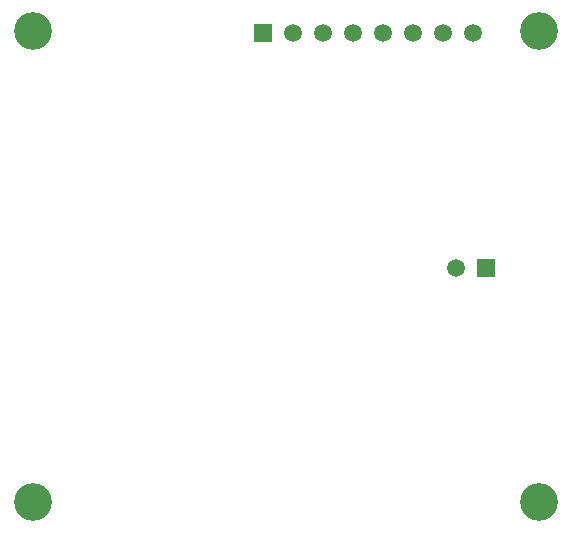
<source format=gbl>
G04 Layer_Physical_Order=2*
G04 Layer_Color=16711680*
%FSAX25Y25*%
%MOIN*%
G70*
G01*
G75*
%ADD15R,0.05905X0.05905*%
%ADD16C,0.05905*%
%ADD17C,0.12598*%
D15*
X0462500Y0322000D02*
D03*
X0388354Y0400291D02*
D03*
D16*
X0452500Y0322000D02*
D03*
X0398354Y0400291D02*
D03*
X0408354D02*
D03*
X0418354D02*
D03*
X0428354D02*
D03*
X0438354D02*
D03*
X0448354D02*
D03*
X0458354D02*
D03*
D17*
X0311465Y0400882D02*
D03*
X0480362D02*
D03*
Y0243795D02*
D03*
X0311465D02*
D03*
M02*

</source>
